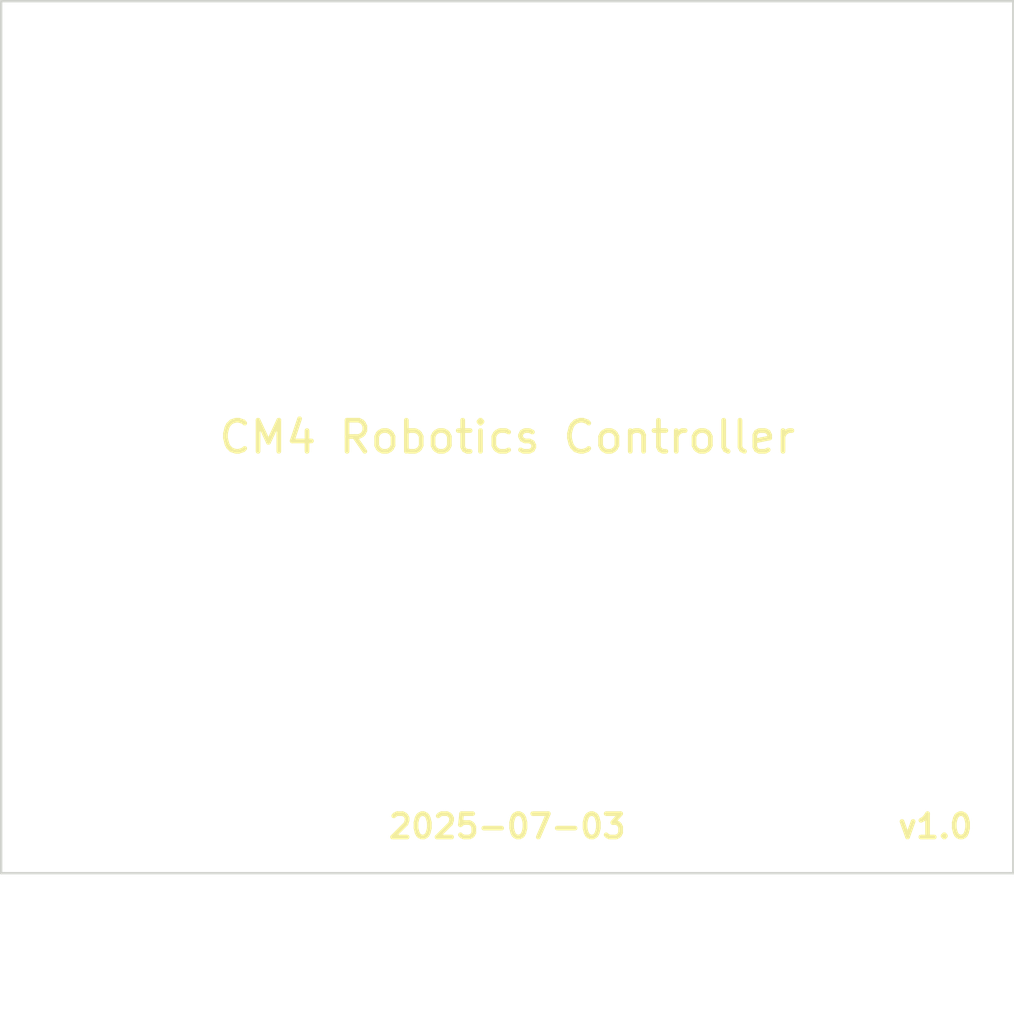
<source format=kicad_pcb>
(kicad_pcb (version 20221018) (generator pcbnew)

  (general
    (thickness 1.6)
    (drawings 4)
    (tracks 0)
    (zones 0)
    (modules 0)
    (nets 1)
  )

  (paper "A4")
  (title_block
    (title "CM4 Robotics Controller - Clean Version")
    (date "2025-07-03")
    (rev "v1.0")
    (company "")
  )

  (layers
    (0 "F.Cu" signal)
    (1 "In1.Cu" power)
    (2 "In2.Cu" power)
    (31 "B.Cu" signal)
    (32 "B.Adhes" user "B.Adhesive")
    (33 "F.Adhes" user "F.Adhesive")
    (34 "B.Paste" user)
    (35 "F.Paste" user)
    (36 "B.SilkS" user "B.Silkscreen")
    (37 "F.SilkS" user "F.Silkscreen")
    (38 "B.Mask" user)
    (39 "F.Mask" user)
    (40 "Dwgs.User" user "User.Drawings")
    (41 "Cmts.User" user "User.Comments")
    (42 "Eco1.User" user "User.Eco1")
    (43 "Eco2.User" user "User.Eco2")
    (44 "Edge.Cuts" user)
    (45 "Margin" user)
    (46 "B.CrtYd" user "B.Courtyard")
    (47 "F.CrtYd" user "F.Courtyard")
    (48 "B.Fab" user)
    (49 "F.Fab" user)
    (50 "User.1" user)
    (51 "User.2" user)
    (52 "User.3" user)
    (53 "User.4" user)
    (54 "User.5" user)
    (55 "User.6" user)
    (56 "User.7" user)
    (57 "User.8" user)
    (58 "User.9" user)
  )

  (setup
    (stackup
      (layer "F.SilkS" (type "Top Silk Screen"))
      (layer "F.Paste" (type "Top Solder Paste"))
      (layer "F.Mask" (type "Top Solder Mask") (thickness 0.01))
      (layer "F.Cu" (type "copper") (thickness 0.035))
      (layer "dielectric 1" (type "core") (thickness 0.48) (material "FR4") (epsilon_r 4.5) (loss_tangent 0.02))
      (layer "In1.Cu" (type "copper") (thickness 0.035))
      (layer "dielectric 2" (type "prepreg") (thickness 0.47) (material "FR4") (epsilon_r 4.5) (loss_tangent 0.02))
      (layer "In2.Cu" (type "copper") (thickness 0.035))
      (layer "dielectric 3" (type "core") (thickness 0.48) (material "FR4") (epsilon_r 4.5) (loss_tangent 0.02))
      (layer "B.Cu" (type "copper") (thickness 0.035))
      (layer "B.Mask" (type "Bottom Solder Mask") (thickness 0.01))
      (layer "B.Paste" (type "Bottom Solder Paste"))
      (layer "B.SilkS" (type "Bottom Silk Screen"))
      (copper_finish "None")
      (dielectric_constraints no)
    )
    (pad_to_mask_clearance 0.05)
    (pcbplotparams
      (layerselection 0x00010fc_ffffffff)
      (plot_on_all_layers_selection 0x0000000_00000000)
      (disableapertmacros false)
      (usegerberextensions false)
      (usegerberattributes true)
      (usegerberadvancedattributes true)
      (creategerberjobfile true)
      (dashed_line_dash_ratio 12.000000)
      (dashed_line_gap_ratio 3.000000)
      (svgprecision 4)
      (plotframeref false)
      (viasonmask false)
      (mode 1)
      (useauxorigin false)
      (hpglpennumber 1)
      (hpglpenspeed 20)
      (hpglpendiameter 15.000000)
      (dxfpolygonmode true)
      (dxfimperialunits true)
      (dxfusepcbnewfont true)
      (psnegative false)
      (psa4output false)
      (plotreference true)
      (plotvalue true)
      (plotinvisibletext false)
      (sketchpadsonfab false)
      (subtractmaskfromsilk false)
      (outputformat 1)
      (mirror false)
      (drillshape 1)
      (scaleselection 1)
      (outputdirectory "")
    )
  )

  (net 0 "")

  (net_class "Default" "This is the default net class."
    (clearance 0.15)
    (trace_width 0.15)
    (via_dia 0.6)
    (via_drill 0.3)
    (uvia_dia 0.3)
    (uvia_drill 0.1)
    (diff_pair_width 0.15)
    (diff_pair_gap 0.15)
  )

  (net_class "Power" "Power nets"
    (clearance 0.2)
    (trace_width 0.5)
    (via_dia 0.8)
    (via_drill 0.4)
    (uvia_dia 0.3)
    (uvia_drill 0.1)
    (diff_pair_width 0.2)
    (diff_pair_gap 0.2)
  )

  (net_class "USB_Diff" "USB differential pairs"
    (clearance 0.15)
    (trace_width 0.2)
    (via_dia 0.6)
    (via_drill 0.3)
    (uvia_dia 0.3)
    (uvia_drill 0.1)
    (diff_pair_width 0.2)
    (diff_pair_gap 0.2)
  )

  (net_class "Motor" "Motor driver outputs"
    (clearance 0.2)
    (trace_width 0.5)
    (via_dia 0.8)
    (via_drill 0.4)
    (uvia_dia 0.3)
    (uvia_drill 0.1)
    (diff_pair_width 0.2)
    (diff_pair_gap 0.2)
  )

  (net_class "PCIe_Diff" "PCIe differential pairs"
    (clearance 0.15)
    (trace_width 0.1)
    (via_dia 0.4)
    (via_drill 0.2)
    (uvia_dia 0.2)
    (uvia_drill 0.1)
    (diff_pair_width 0.1)
    (diff_pair_gap 0.1)
  )

  (dimension 65 (width 0.15) (layer "Dwgs.User")
    (gr_text "65.000 mm" (at 32.5 -5 0) (layer "Dwgs.User") (tstamp 00000000-0000-0000-0000-000000000001)
      (effects (font (size 1.5 1.5) (thickness 0.3)))
    )
    (feature1 (pts (xy 0 0) (xy 0 -5)))
    (feature2 (pts (xy 65 0) (xy 65 -5)))
    (crossbar (pts (xy 0 -2.5) (xy 65 -2.5)))
    (arrow1a (pts (xy 65 -2.5) (xy 63.5 -3)))
    (arrow1b (pts (xy 65 -2.5) (xy 63.5 -2)))
    (arrow2a (pts (xy 0 -2.5) (xy 1.5 -3)))
    (arrow2b (pts (xy 0 -2.5) (xy 1.5 -2)))
  )

  (dimension 56 (width 0.15) (layer "Dwgs.User")
    (gr_text "56.000 mm" (at -5 28 90) (layer "Dwgs.User") (tstamp 00000000-0000-0000-0000-000000000002)
      (effects (font (size 1.5 1.5) (thickness 0.3)))
    )
    (feature1 (pts (xy 0 0) (xy -5 0)))
    (feature2 (pts (xy 0 56) (xy -5 56)))
    (crossbar (pts (xy -2.5 0) (xy -2.5 56)))
    (arrow1a (pts (xy -2.5 56) (xy -3 54.5)))
    (arrow1b (pts (xy -2.5 56) (xy -2 54.5)))
    (arrow2a (pts (xy -2.5 0) (xy -3 1.5)))
    (arrow2b (pts (xy -2.5 0) (xy -2 1.5)))
  )

  (gr_line (start 0 0) (end 65 0) (layer "Edge.Cuts") (width 0.15) (tstamp 00000000-0000-0000-0000-000000000003))
  (gr_line (start 0 0) (end 0 56) (layer "Edge.Cuts") (width 0.15) (tstamp 00000000-0000-0000-0000-000000000004))
  (gr_line (start 0 56) (end 65 56) (layer "Edge.Cuts") (width 0.15) (tstamp 00000000-0000-0000-0000-000000000005))
  (gr_line (start 65 0) (end 65 56) (layer "Edge.Cuts") (width 0.15) (tstamp 00000000-0000-0000-0000-000000000006))

  (gr_circle (center 3.5 3.5) (end 5 3.5) (layer "Dwgs.User") (width 0.15) (fill none) (tstamp 00000000-0000-0000-0000-000000000007))
  (gr_circle (center 3.5 52.5) (end 5 52.5) (layer "Dwgs.User") (width 0.15) (fill none) (tstamp 00000000-0000-0000-0000-000000000008))
  (gr_circle (center 61.5 3.5) (end 63 3.5) (layer "Dwgs.User") (width 0.15) (fill none) (tstamp 00000000-0000-0000-0000-000000000009))
  (gr_circle (center 61.5 52.5) (end 63 52.5) (layer "Dwgs.User") (width 0.15) (fill none) (tstamp 00000000-0000-0000-0000-00000000000A))

  (gr_text "CM4 Robotics Controller" (at 32.5 28 0) (layer "F.SilkS") (tstamp 00000000-0000-0000-0000-00000000000B)
    (effects (font (size 2 2) (thickness 0.3)))
  )
  (gr_text "v1.0" (at 60 53 0) (layer "F.SilkS") (tstamp 00000000-0000-0000-0000-00000000000C)
    (effects (font (size 1.5 1.5) (thickness 0.3)))
  )
  (gr_text "" (at 5 53 0) (layer "F.SilkS") (tstamp 00000000-0000-0000-0000-00000000000D)
    (effects (font (size 1.5 1.5) (thickness 0.3)))
  )
  (gr_text "2025-07-03" (at 32.5 53 0) (layer "F.SilkS") (tstamp 00000000-0000-0000-0000-00000000000E)
    (effects (font (size 1.5 1.5) (thickness 0.3)))
  )

  (zone (net 0) (net_name "") (layer "In1.Cu") (tstamp 00000000-0000-0000-0000-00000000000F) (hatch full 0.508)
    (connect_pads (clearance 0.15))
    (min_thickness 0.254)
    (keepout (tracks not_allowed) (vias not_allowed) (pads not_allowed) (copperpour not_allowed) (footprints allowed))
    (fill (thermal_gap 0.508) (thermal_bridge_width 0.508))
    (polygon
      (pts
        (xy 0 0)
        (xy 65 0)
        (xy 65 56)
        (xy 0 56)
      )
    )
  )

  (zone (net 0) (net_name "") (layer "In2.Cu") (tstamp 00000000-0000-0000-0000-000000000010) (hatch full 0.508)
    (connect_pads (clearance 0.15))
    (min_thickness 0.254)
    (keepout (tracks not_allowed) (vias not_allowed) (pads not_allowed) (copperpour not_allowed) (footprints allowed))
    (fill (thermal_gap 0.508) (thermal_bridge_width 0.508))
    (polygon
      (pts
        (xy 0 0)
        (xy 65 0)
        (xy 65 56)
        (xy 0 56)
      )
    )
  )
)



</source>
